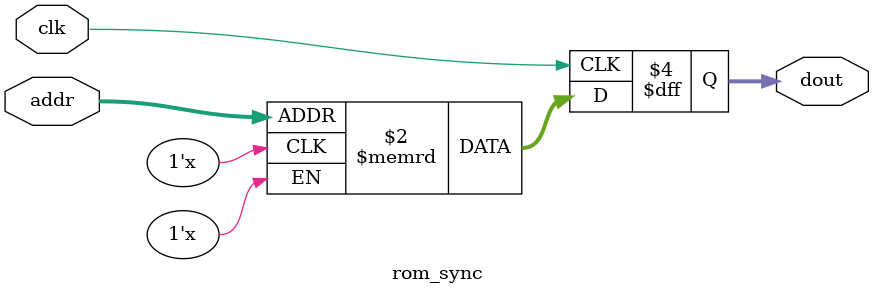
<source format=v>

`ifndef CRU_SHARED_V
`define CRU_SHARED_V

`include "complex_fixed.v"

module cru_shared #(
    parameter DATA_W   = 16,
    parameter FRAC_W   = 14,
    parameter ANGLE_W  = 9,   // e.g. 9 bits -> up to 512 twiddles
    parameter N_TW     = 512  // number of entries in twiddle ROM
)(
    input  wire                     clk,
    input  wire                     rst_n,

    // Request side
    input  wire                     req_valid,
    output wire                     req_ready,
    input  wire signed [DATA_W-1:0] xr,
    input  wire signed [DATA_W-1:0] xi,
    input  wire [ANGLE_W-1:0]       angle_idx,

    // Response side
    output reg                      resp_valid,
    input  wire                     resp_ready,
    output reg  signed [DATA_W-1:0] yr,
    output reg  signed [DATA_W-1:0] yi
);

    // Single-cycle pipeline: accept when response stage is free
    assign req_ready = (~resp_valid) | resp_ready;

    // Twiddle ROMs (cos and -sin to realize e^{-jθ})
    wire signed [DATA_W-1:0] twr;
    wire signed [DATA_W-1:0] twi;

    rom_sync #(
        .DATA_W (DATA_W),
        .ADDR_W (ANGLE_W),
        .INIT_FILE ("twiddle_cos.mem")  // generated by Python
    ) twiddle_cos_rom (
        .clk  (clk),
        .addr (angle_idx),
        .dout (twr)
    );

    rom_sync #(
        .DATA_W (DATA_W),
        .ADDR_W (ANGLE_W),
        .INIT_FILE ("twiddle_sin_neg.mem") // -sin(angle)
    ) twiddle_sin_rom (
        .clk  (clk),
        .addr (angle_idx),
        .dout (twi)
    );

    // Complex multiply using shared complex_mul block
    wire signed [DATA_W-1:0] mul_r, mul_i;

    complex_mul #(
        .DATA_W (DATA_W),
        .FRAC_W (FRAC_W)
    ) u_cmul (
        .ar (xr),
        .ai (xi),
        .br (twr),
        .bi (twi),
        .yr (mul_r),
        .yi (mul_i)
    );

    // Simple 1-stage handshake
    always @(posedge clk or negedge rst_n) begin
        if (!rst_n) begin
            resp_valid <= 1'b0;
            yr <= '0;
            yi <= '0;
        end else begin
            if (req_valid && req_ready) begin
                // Take multiply result immediately (combinational)
                yr <= mul_r;
                yi <= mul_i;
                resp_valid <= 1'b1;
            end else if (resp_valid && resp_ready) begin
                resp_valid <= 1'b0;
            end
        end
    end

endmodule


// Simple synchronous ROM for coeffs / twiddles
module rom_sync #(
    parameter DATA_W   = 16,
    parameter ADDR_W   = 9,
    parameter INIT_FILE = ""
)(
    input  wire                 clk,
    input  wire [ADDR_W-1:0]    addr,
    output reg  [DATA_W-1:0]    dout
);
    reg [DATA_W-1:0] mem [0:(1<<ADDR_W)-1];

    initial begin
        if (INIT_FILE != "") begin
            $readmemh(INIT_FILE, mem);
        end
    end

    always @(posedge clk) begin
        dout <= mem[addr];
    end
endmodule

`endif

</source>
